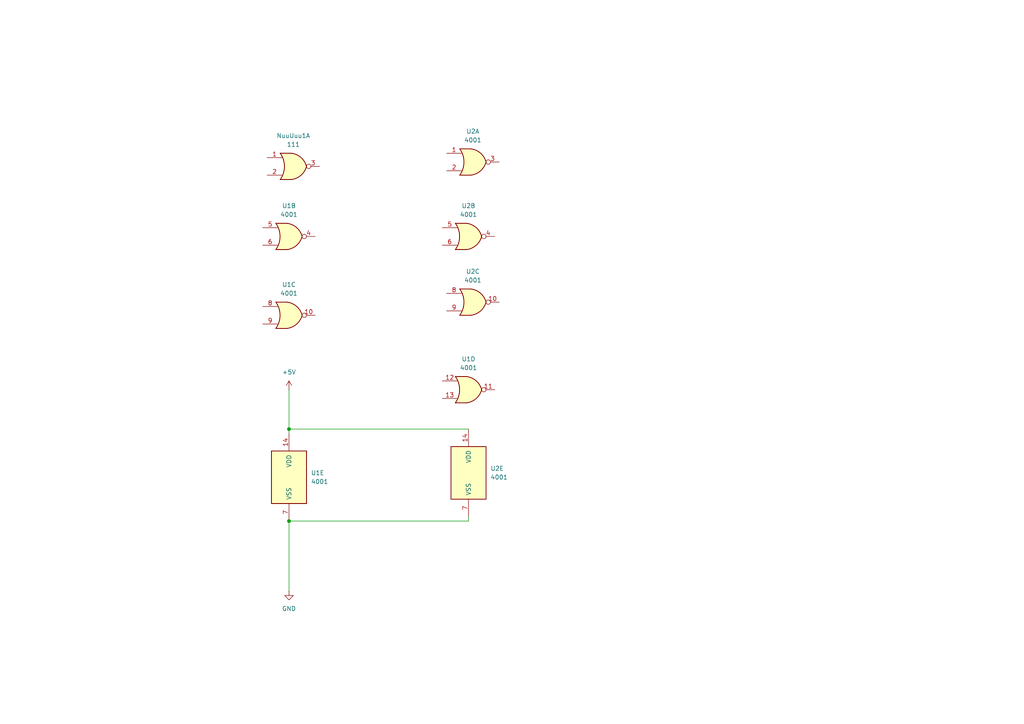
<source format=kicad_sch>
(kicad_sch
	(version 20250114)
	(generator "eeschema")
	(generator_version "9.0")
	(uuid "89bd3ee2-3ab2-4286-811b-680b5e346a6d")
	(paper "A4")
	(lib_symbols
		(symbol "4xxx:4001"
			(pin_names
				(offset 1.016)
			)
			(exclude_from_sim no)
			(in_bom yes)
			(on_board yes)
			(property "Reference" "U"
				(at 0 1.27 0)
				(effects
					(font
						(size 1.27 1.27)
					)
				)
			)
			(property "Value" "4001"
				(at 0 -1.27 0)
				(effects
					(font
						(size 1.27 1.27)
					)
				)
			)
			(property "Footprint" ""
				(at 0 0 0)
				(effects
					(font
						(size 1.27 1.27)
					)
					(hide yes)
				)
			)
			(property "Datasheet" "http://www.intersil.com/content/dam/Intersil/documents/cd40/cd4000bms-01bms-02bms-25bms.pdf"
				(at 0 0 0)
				(effects
					(font
						(size 1.27 1.27)
					)
					(hide yes)
				)
			)
			(property "Description" "Quad Nor 2 inputs"
				(at 0 0 0)
				(effects
					(font
						(size 1.27 1.27)
					)
					(hide yes)
				)
			)
			(property "ki_locked" ""
				(at 0 0 0)
				(effects
					(font
						(size 1.27 1.27)
					)
				)
			)
			(property "ki_keywords" "CMOS Nor2"
				(at 0 0 0)
				(effects
					(font
						(size 1.27 1.27)
					)
					(hide yes)
				)
			)
			(property "ki_fp_filters" "DIP?14*"
				(at 0 0 0)
				(effects
					(font
						(size 1.27 1.27)
					)
					(hide yes)
				)
			)
			(symbol "4001_1_1"
				(arc
					(start -3.81 3.81)
					(mid -2.589 0)
					(end -3.81 -3.81)
					(stroke
						(width 0.254)
						(type default)
					)
					(fill
						(type none)
					)
				)
				(polyline
					(pts
						(xy -3.81 3.81) (xy -0.635 3.81)
					)
					(stroke
						(width 0.254)
						(type default)
					)
					(fill
						(type background)
					)
				)
				(polyline
					(pts
						(xy -3.81 -3.81) (xy -0.635 -3.81)
					)
					(stroke
						(width 0.254)
						(type default)
					)
					(fill
						(type background)
					)
				)
				(arc
					(start 3.81 0)
					(mid 2.1855 -2.584)
					(end -0.6096 -3.81)
					(stroke
						(width 0.254)
						(type default)
					)
					(fill
						(type background)
					)
				)
				(arc
					(start -0.6096 3.81)
					(mid 2.1928 2.5924)
					(end 3.81 0)
					(stroke
						(width 0.254)
						(type default)
					)
					(fill
						(type background)
					)
				)
				(polyline
					(pts
						(xy -0.635 3.81) (xy -3.81 3.81) (xy -3.81 3.81) (xy -3.556 3.4036) (xy -3.0226 2.2606) (xy -2.6924 1.0414)
						(xy -2.6162 -0.254) (xy -2.7686 -1.4986) (xy -3.175 -2.7178) (xy -3.81 -3.81) (xy -3.81 -3.81)
						(xy -0.635 -3.81)
					)
					(stroke
						(width -25.4)
						(type default)
					)
					(fill
						(type background)
					)
				)
				(pin input line
					(at -7.62 2.54 0)
					(length 4.318)
					(name "~"
						(effects
							(font
								(size 1.27 1.27)
							)
						)
					)
					(number "1"
						(effects
							(font
								(size 1.27 1.27)
							)
						)
					)
				)
				(pin input line
					(at -7.62 -2.54 0)
					(length 4.318)
					(name "~"
						(effects
							(font
								(size 1.27 1.27)
							)
						)
					)
					(number "2"
						(effects
							(font
								(size 1.27 1.27)
							)
						)
					)
				)
				(pin output inverted
					(at 7.62 0 180)
					(length 3.81)
					(name "~"
						(effects
							(font
								(size 1.27 1.27)
							)
						)
					)
					(number "3"
						(effects
							(font
								(size 1.27 1.27)
							)
						)
					)
				)
			)
			(symbol "4001_1_2"
				(arc
					(start 0 3.81)
					(mid 3.7934 0)
					(end 0 -3.81)
					(stroke
						(width 0.254)
						(type default)
					)
					(fill
						(type background)
					)
				)
				(polyline
					(pts
						(xy 0 3.81) (xy -3.81 3.81) (xy -3.81 -3.81) (xy 0 -3.81)
					)
					(stroke
						(width 0.254)
						(type default)
					)
					(fill
						(type background)
					)
				)
				(pin input inverted
					(at -7.62 2.54 0)
					(length 3.81)
					(name "~"
						(effects
							(font
								(size 1.27 1.27)
							)
						)
					)
					(number "1"
						(effects
							(font
								(size 1.27 1.27)
							)
						)
					)
				)
				(pin input inverted
					(at -7.62 -2.54 0)
					(length 3.81)
					(name "~"
						(effects
							(font
								(size 1.27 1.27)
							)
						)
					)
					(number "2"
						(effects
							(font
								(size 1.27 1.27)
							)
						)
					)
				)
				(pin output line
					(at 7.62 0 180)
					(length 3.81)
					(name "~"
						(effects
							(font
								(size 1.27 1.27)
							)
						)
					)
					(number "3"
						(effects
							(font
								(size 1.27 1.27)
							)
						)
					)
				)
			)
			(symbol "4001_2_1"
				(arc
					(start -3.81 3.81)
					(mid -2.589 0)
					(end -3.81 -3.81)
					(stroke
						(width 0.254)
						(type default)
					)
					(fill
						(type none)
					)
				)
				(polyline
					(pts
						(xy -3.81 3.81) (xy -0.635 3.81)
					)
					(stroke
						(width 0.254)
						(type default)
					)
					(fill
						(type background)
					)
				)
				(polyline
					(pts
						(xy -3.81 -3.81) (xy -0.635 -3.81)
					)
					(stroke
						(width 0.254)
						(type default)
					)
					(fill
						(type background)
					)
				)
				(arc
					(start 3.81 0)
					(mid 2.1855 -2.584)
					(end -0.6096 -3.81)
					(stroke
						(width 0.254)
						(type default)
					)
					(fill
						(type background)
					)
				)
				(arc
					(start -0.6096 3.81)
					(mid 2.1928 2.5924)
					(end 3.81 0)
					(stroke
						(width 0.254)
						(type default)
					)
					(fill
						(type background)
					)
				)
				(polyline
					(pts
						(xy -0.635 3.81) (xy -3.81 3.81) (xy -3.81 3.81) (xy -3.556 3.4036) (xy -3.0226 2.2606) (xy -2.6924 1.0414)
						(xy -2.6162 -0.254) (xy -2.7686 -1.4986) (xy -3.175 -2.7178) (xy -3.81 -3.81) (xy -3.81 -3.81)
						(xy -0.635 -3.81)
					)
					(stroke
						(width -25.4)
						(type default)
					)
					(fill
						(type background)
					)
				)
				(pin input line
					(at -7.62 2.54 0)
					(length 4.318)
					(name "~"
						(effects
							(font
								(size 1.27 1.27)
							)
						)
					)
					(number "5"
						(effects
							(font
								(size 1.27 1.27)
							)
						)
					)
				)
				(pin input line
					(at -7.62 -2.54 0)
					(length 4.318)
					(name "~"
						(effects
							(font
								(size 1.27 1.27)
							)
						)
					)
					(number "6"
						(effects
							(font
								(size 1.27 1.27)
							)
						)
					)
				)
				(pin output inverted
					(at 7.62 0 180)
					(length 3.81)
					(name "~"
						(effects
							(font
								(size 1.27 1.27)
							)
						)
					)
					(number "4"
						(effects
							(font
								(size 1.27 1.27)
							)
						)
					)
				)
			)
			(symbol "4001_2_2"
				(arc
					(start 0 3.81)
					(mid 3.7934 0)
					(end 0 -3.81)
					(stroke
						(width 0.254)
						(type default)
					)
					(fill
						(type background)
					)
				)
				(polyline
					(pts
						(xy 0 3.81) (xy -3.81 3.81) (xy -3.81 -3.81) (xy 0 -3.81)
					)
					(stroke
						(width 0.254)
						(type default)
					)
					(fill
						(type background)
					)
				)
				(pin input inverted
					(at -7.62 2.54 0)
					(length 3.81)
					(name "~"
						(effects
							(font
								(size 1.27 1.27)
							)
						)
					)
					(number "5"
						(effects
							(font
								(size 1.27 1.27)
							)
						)
					)
				)
				(pin input inverted
					(at -7.62 -2.54 0)
					(length 3.81)
					(name "~"
						(effects
							(font
								(size 1.27 1.27)
							)
						)
					)
					(number "6"
						(effects
							(font
								(size 1.27 1.27)
							)
						)
					)
				)
				(pin output line
					(at 7.62 0 180)
					(length 3.81)
					(name "~"
						(effects
							(font
								(size 1.27 1.27)
							)
						)
					)
					(number "4"
						(effects
							(font
								(size 1.27 1.27)
							)
						)
					)
				)
			)
			(symbol "4001_3_1"
				(arc
					(start -3.81 3.81)
					(mid -2.589 0)
					(end -3.81 -3.81)
					(stroke
						(width 0.254)
						(type default)
					)
					(fill
						(type none)
					)
				)
				(polyline
					(pts
						(xy -3.81 3.81) (xy -0.635 3.81)
					)
					(stroke
						(width 0.254)
						(type default)
					)
					(fill
						(type background)
					)
				)
				(polyline
					(pts
						(xy -3.81 -3.81) (xy -0.635 -3.81)
					)
					(stroke
						(width 0.254)
						(type default)
					)
					(fill
						(type background)
					)
				)
				(arc
					(start 3.81 0)
					(mid 2.1855 -2.584)
					(end -0.6096 -3.81)
					(stroke
						(width 0.254)
						(type default)
					)
					(fill
						(type background)
					)
				)
				(arc
					(start -0.6096 3.81)
					(mid 2.1928 2.5924)
					(end 3.81 0)
					(stroke
						(width 0.254)
						(type default)
					)
					(fill
						(type background)
					)
				)
				(polyline
					(pts
						(xy -0.635 3.81) (xy -3.81 3.81) (xy -3.81 3.81) (xy -3.556 3.4036) (xy -3.0226 2.2606) (xy -2.6924 1.0414)
						(xy -2.6162 -0.254) (xy -2.7686 -1.4986) (xy -3.175 -2.7178) (xy -3.81 -3.81) (xy -3.81 -3.81)
						(xy -0.635 -3.81)
					)
					(stroke
						(width -25.4)
						(type default)
					)
					(fill
						(type background)
					)
				)
				(pin input line
					(at -7.62 2.54 0)
					(length 4.318)
					(name "~"
						(effects
							(font
								(size 1.27 1.27)
							)
						)
					)
					(number "8"
						(effects
							(font
								(size 1.27 1.27)
							)
						)
					)
				)
				(pin input line
					(at -7.62 -2.54 0)
					(length 4.318)
					(name "~"
						(effects
							(font
								(size 1.27 1.27)
							)
						)
					)
					(number "9"
						(effects
							(font
								(size 1.27 1.27)
							)
						)
					)
				)
				(pin output inverted
					(at 7.62 0 180)
					(length 3.81)
					(name "~"
						(effects
							(font
								(size 1.27 1.27)
							)
						)
					)
					(number "10"
						(effects
							(font
								(size 1.27 1.27)
							)
						)
					)
				)
			)
			(symbol "4001_3_2"
				(arc
					(start 0 3.81)
					(mid 3.7934 0)
					(end 0 -3.81)
					(stroke
						(width 0.254)
						(type default)
					)
					(fill
						(type background)
					)
				)
				(polyline
					(pts
						(xy 0 3.81) (xy -3.81 3.81) (xy -3.81 -3.81) (xy 0 -3.81)
					)
					(stroke
						(width 0.254)
						(type default)
					)
					(fill
						(type background)
					)
				)
				(pin input inverted
					(at -7.62 2.54 0)
					(length 3.81)
					(name "~"
						(effects
							(font
								(size 1.27 1.27)
							)
						)
					)
					(number "8"
						(effects
							(font
								(size 1.27 1.27)
							)
						)
					)
				)
				(pin input inverted
					(at -7.62 -2.54 0)
					(length 3.81)
					(name "~"
						(effects
							(font
								(size 1.27 1.27)
							)
						)
					)
					(number "9"
						(effects
							(font
								(size 1.27 1.27)
							)
						)
					)
				)
				(pin output line
					(at 7.62 0 180)
					(length 3.81)
					(name "~"
						(effects
							(font
								(size 1.27 1.27)
							)
						)
					)
					(number "10"
						(effects
							(font
								(size 1.27 1.27)
							)
						)
					)
				)
			)
			(symbol "4001_4_1"
				(arc
					(start -3.81 3.81)
					(mid -2.589 0)
					(end -3.81 -3.81)
					(stroke
						(width 0.254)
						(type default)
					)
					(fill
						(type none)
					)
				)
				(polyline
					(pts
						(xy -3.81 3.81) (xy -0.635 3.81)
					)
					(stroke
						(width 0.254)
						(type default)
					)
					(fill
						(type background)
					)
				)
				(polyline
					(pts
						(xy -3.81 -3.81) (xy -0.635 -3.81)
					)
					(stroke
						(width 0.254)
						(type default)
					)
					(fill
						(type background)
					)
				)
				(arc
					(start 3.81 0)
					(mid 2.1855 -2.584)
					(end -0.6096 -3.81)
					(stroke
						(width 0.254)
						(type default)
					)
					(fill
						(type background)
					)
				)
				(arc
					(start -0.6096 3.81)
					(mid 2.1928 2.5924)
					(end 3.81 0)
					(stroke
						(width 0.254)
						(type default)
					)
					(fill
						(type background)
					)
				)
				(polyline
					(pts
						(xy -0.635 3.81) (xy -3.81 3.81) (xy -3.81 3.81) (xy -3.556 3.4036) (xy -3.0226 2.2606) (xy -2.6924 1.0414)
						(xy -2.6162 -0.254) (xy -2.7686 -1.4986) (xy -3.175 -2.7178) (xy -3.81 -3.81) (xy -3.81 -3.81)
						(xy -0.635 -3.81)
					)
					(stroke
						(width -25.4)
						(type default)
					)
					(fill
						(type background)
					)
				)
				(pin input line
					(at -7.62 2.54 0)
					(length 4.318)
					(name "~"
						(effects
							(font
								(size 1.27 1.27)
							)
						)
					)
					(number "12"
						(effects
							(font
								(size 1.27 1.27)
							)
						)
					)
				)
				(pin input line
					(at -7.62 -2.54 0)
					(length 4.318)
					(name "~"
						(effects
							(font
								(size 1.27 1.27)
							)
						)
					)
					(number "13"
						(effects
							(font
								(size 1.27 1.27)
							)
						)
					)
				)
				(pin output inverted
					(at 7.62 0 180)
					(length 3.81)
					(name "~"
						(effects
							(font
								(size 1.27 1.27)
							)
						)
					)
					(number "11"
						(effects
							(font
								(size 1.27 1.27)
							)
						)
					)
				)
			)
			(symbol "4001_4_2"
				(arc
					(start 0 3.81)
					(mid 3.7934 0)
					(end 0 -3.81)
					(stroke
						(width 0.254)
						(type default)
					)
					(fill
						(type background)
					)
				)
				(polyline
					(pts
						(xy 0 3.81) (xy -3.81 3.81) (xy -3.81 -3.81) (xy 0 -3.81)
					)
					(stroke
						(width 0.254)
						(type default)
					)
					(fill
						(type background)
					)
				)
				(pin input inverted
					(at -7.62 2.54 0)
					(length 3.81)
					(name "~"
						(effects
							(font
								(size 1.27 1.27)
							)
						)
					)
					(number "12"
						(effects
							(font
								(size 1.27 1.27)
							)
						)
					)
				)
				(pin input inverted
					(at -7.62 -2.54 0)
					(length 3.81)
					(name "~"
						(effects
							(font
								(size 1.27 1.27)
							)
						)
					)
					(number "13"
						(effects
							(font
								(size 1.27 1.27)
							)
						)
					)
				)
				(pin output line
					(at 7.62 0 180)
					(length 3.81)
					(name "~"
						(effects
							(font
								(size 1.27 1.27)
							)
						)
					)
					(number "11"
						(effects
							(font
								(size 1.27 1.27)
							)
						)
					)
				)
			)
			(symbol "4001_5_0"
				(pin power_in line
					(at 0 12.7 270)
					(length 5.08)
					(name "VDD"
						(effects
							(font
								(size 1.27 1.27)
							)
						)
					)
					(number "14"
						(effects
							(font
								(size 1.27 1.27)
							)
						)
					)
				)
				(pin power_in line
					(at 0 -12.7 90)
					(length 5.08)
					(name "VSS"
						(effects
							(font
								(size 1.27 1.27)
							)
						)
					)
					(number "7"
						(effects
							(font
								(size 1.27 1.27)
							)
						)
					)
				)
			)
			(symbol "4001_5_1"
				(rectangle
					(start -5.08 7.62)
					(end 5.08 -7.62)
					(stroke
						(width 0.254)
						(type default)
					)
					(fill
						(type background)
					)
				)
			)
			(embedded_fonts no)
		)
		(symbol "power:+5V"
			(power)
			(pin_numbers
				(hide yes)
			)
			(pin_names
				(offset 0)
				(hide yes)
			)
			(exclude_from_sim no)
			(in_bom yes)
			(on_board yes)
			(property "Reference" "#PWR"
				(at 0 -3.81 0)
				(effects
					(font
						(size 1.27 1.27)
					)
					(hide yes)
				)
			)
			(property "Value" "+5V"
				(at 0 3.556 0)
				(effects
					(font
						(size 1.27 1.27)
					)
				)
			)
			(property "Footprint" ""
				(at 0 0 0)
				(effects
					(font
						(size 1.27 1.27)
					)
					(hide yes)
				)
			)
			(property "Datasheet" ""
				(at 0 0 0)
				(effects
					(font
						(size 1.27 1.27)
					)
					(hide yes)
				)
			)
			(property "Description" "Power symbol creates a global label with name \"+5V\""
				(at 0 0 0)
				(effects
					(font
						(size 1.27 1.27)
					)
					(hide yes)
				)
			)
			(property "ki_keywords" "global power"
				(at 0 0 0)
				(effects
					(font
						(size 1.27 1.27)
					)
					(hide yes)
				)
			)
			(symbol "+5V_0_1"
				(polyline
					(pts
						(xy -0.762 1.27) (xy 0 2.54)
					)
					(stroke
						(width 0)
						(type default)
					)
					(fill
						(type none)
					)
				)
				(polyline
					(pts
						(xy 0 2.54) (xy 0.762 1.27)
					)
					(stroke
						(width 0)
						(type default)
					)
					(fill
						(type none)
					)
				)
				(polyline
					(pts
						(xy 0 0) (xy 0 2.54)
					)
					(stroke
						(width 0)
						(type default)
					)
					(fill
						(type none)
					)
				)
			)
			(symbol "+5V_1_1"
				(pin power_in line
					(at 0 0 90)
					(length 0)
					(name "~"
						(effects
							(font
								(size 1.27 1.27)
							)
						)
					)
					(number "1"
						(effects
							(font
								(size 1.27 1.27)
							)
						)
					)
				)
			)
			(embedded_fonts no)
		)
		(symbol "power:GND"
			(power)
			(pin_numbers
				(hide yes)
			)
			(pin_names
				(offset 0)
				(hide yes)
			)
			(exclude_from_sim no)
			(in_bom yes)
			(on_board yes)
			(property "Reference" "#PWR"
				(at 0 -6.35 0)
				(effects
					(font
						(size 1.27 1.27)
					)
					(hide yes)
				)
			)
			(property "Value" "GND"
				(at 0 -3.81 0)
				(effects
					(font
						(size 1.27 1.27)
					)
				)
			)
			(property "Footprint" ""
				(at 0 0 0)
				(effects
					(font
						(size 1.27 1.27)
					)
					(hide yes)
				)
			)
			(property "Datasheet" ""
				(at 0 0 0)
				(effects
					(font
						(size 1.27 1.27)
					)
					(hide yes)
				)
			)
			(property "Description" "Power symbol creates a global label with name \"GND\" , ground"
				(at 0 0 0)
				(effects
					(font
						(size 1.27 1.27)
					)
					(hide yes)
				)
			)
			(property "ki_keywords" "global power"
				(at 0 0 0)
				(effects
					(font
						(size 1.27 1.27)
					)
					(hide yes)
				)
			)
			(symbol "GND_0_1"
				(polyline
					(pts
						(xy 0 0) (xy 0 -1.27) (xy 1.27 -1.27) (xy 0 -2.54) (xy -1.27 -1.27) (xy 0 -1.27)
					)
					(stroke
						(width 0)
						(type default)
					)
					(fill
						(type none)
					)
				)
			)
			(symbol "GND_1_1"
				(pin power_in line
					(at 0 0 270)
					(length 0)
					(name "~"
						(effects
							(font
								(size 1.27 1.27)
							)
						)
					)
					(number "1"
						(effects
							(font
								(size 1.27 1.27)
							)
						)
					)
				)
			)
			(embedded_fonts no)
		)
	)
	(junction
		(at 83.82 124.46)
		(diameter 0)
		(color 0 0 0 0)
		(uuid "9ea71f47-1335-47f2-b220-8e28751c28be")
	)
	(junction
		(at 83.82 151.13)
		(diameter 0)
		(color 0 0 0 0)
		(uuid "fa7a878a-8ed5-45ae-9287-cf53327471a6")
	)
	(wire
		(pts
			(xy 135.89 149.86) (xy 135.89 151.13)
		)
		(stroke
			(width 0)
			(type default)
		)
		(uuid "0350bd84-e778-40f8-8eaf-46ffb1adda20")
	)
	(wire
		(pts
			(xy 135.89 151.13) (xy 83.82 151.13)
		)
		(stroke
			(width 0)
			(type default)
		)
		(uuid "94b5ba09-1d78-418e-b310-16990147813c")
	)
	(wire
		(pts
			(xy 83.82 124.46) (xy 83.82 125.73)
		)
		(stroke
			(width 0)
			(type default)
		)
		(uuid "ad19ad4d-e2bc-4576-b32b-1798005bbfb1")
	)
	(wire
		(pts
			(xy 83.82 151.13) (xy 83.82 171.45)
		)
		(stroke
			(width 0)
			(type default)
		)
		(uuid "dc3c56d0-6c27-46f7-b963-f749a6a29f87")
	)
	(wire
		(pts
			(xy 83.82 113.03) (xy 83.82 124.46)
		)
		(stroke
			(width 0)
			(type default)
		)
		(uuid "eef6161f-10a5-4b7f-a789-6b9139ea458e")
	)
	(wire
		(pts
			(xy 83.82 124.46) (xy 135.89 124.46)
		)
		(stroke
			(width 0)
			(type default)
		)
		(uuid "f5d4bf37-c22f-4342-ab3f-fbb621b208c5")
	)
	(symbol
		(lib_id "4xxx:4001")
		(at 85.09 48.26 0)
		(unit 1)
		(exclude_from_sim no)
		(in_bom yes)
		(on_board yes)
		(dnp no)
		(fields_autoplaced yes)
		(uuid "056cb71f-dac3-460f-abee-3ffa12110a23")
		(property "Reference" "NUU2"
			(at 85.09 39.37 0)
			(effects
				(font
					(size 1.27 1.27)
				)
			)
		)
		(property "Value" "111"
			(at 85.09 41.91 0)
			(effects
				(font
					(size 1.27 1.27)
				)
			)
		)
		(property "Footprint" "Package_DIP:DIP-14_W7.62mm"
			(at 85.09 48.26 0)
			(effects
				(font
					(size 1.27 1.27)
				)
				(hide yes)
			)
		)
		(property "Datasheet" "http://www.intersil.com/content/dam/Intersil/documents/cd40/cd4000bms-01bms-02bms-25bms.pdf"
			(at 85.09 48.26 0)
			(effects
				(font
					(size 1.27 1.27)
				)
				(hide yes)
			)
		)
		(property "Description" "Quad Nor 2 inputs"
			(at 85.09 48.26 0)
			(effects
				(font
					(size 1.27 1.27)
				)
				(hide yes)
			)
		)
		(pin "9"
			(uuid "79a0d920-6888-4273-8e8b-fca8dab5cdca")
		)
		(pin "13"
			(uuid "a56dbbd0-3b4c-41b1-a326-354e42db0035")
		)
		(pin "3"
			(uuid "316b92ab-8a4d-4ebd-b76c-6646ba50e81b")
		)
		(pin "2"
			(uuid "345d425a-a629-4431-907f-3f44c1622080")
		)
		(pin "5"
			(uuid "6e6ccd66-84dc-4f1a-954c-2c017e90c1c8")
		)
		(pin "10"
			(uuid "4ecd8927-00b4-4ac7-9dfe-f321351ae87e")
		)
		(pin "8"
			(uuid "ee269b24-a657-48e4-8a5d-e1fdf563daa5")
		)
		(pin "1"
			(uuid "66f4e3c9-baa9-4119-bea7-35463cf8d30e")
		)
		(pin "6"
			(uuid "3d69c597-1c50-4ad0-8651-183f9055f2dd")
		)
		(pin "4"
			(uuid "f27a5b5c-4116-43b9-9276-a2357dfff483")
		)
		(pin "12"
			(uuid "e2d9be72-0718-4daa-b324-de919e9df3aa")
		)
		(pin "11"
			(uuid "4c50d3a2-f25a-429a-85dc-2b9eee8d50cf")
		)
		(pin "14"
			(uuid "5e82714a-d2e6-4bab-9600-c62aea571890")
		)
		(pin "7"
			(uuid "78490e1e-2c99-428c-bb5c-76faa5239d9e")
		)
		(instances
			(project ""
				(path "/89bd3ee2-3ab2-4286-811b-680b5e346a6d"
					(reference "NuuUuu1")
					(unit 1)
				)
			)
		)
	)
	(symbol
		(lib_id "4xxx:4001")
		(at 135.89 137.16 0)
		(unit 5)
		(exclude_from_sim no)
		(in_bom yes)
		(on_board yes)
		(dnp no)
		(fields_autoplaced yes)
		(uuid "2226e745-faa8-488c-b146-93ea320f175b")
		(property "Reference" "U2"
			(at 142.24 135.8899 0)
			(effects
				(font
					(size 1.27 1.27)
				)
				(justify left)
			)
		)
		(property "Value" "4001"
			(at 142.24 138.4299 0)
			(effects
				(font
					(size 1.27 1.27)
				)
				(justify left)
			)
		)
		(property "Footprint" "Package_DIP:DIP-14_W7.62mm"
			(at 135.89 137.16 0)
			(effects
				(font
					(size 1.27 1.27)
				)
				(hide yes)
			)
		)
		(property "Datasheet" "http://www.intersil.com/content/dam/Intersil/documents/cd40/cd4000bms-01bms-02bms-25bms.pdf"
			(at 135.89 137.16 0)
			(effects
				(font
					(size 1.27 1.27)
				)
				(hide yes)
			)
		)
		(property "Description" "Quad Nor 2 inputs"
			(at 135.89 137.16 0)
			(effects
				(font
					(size 1.27 1.27)
				)
				(hide yes)
			)
		)
		(pin "3"
			(uuid "49a33d44-7375-49a7-83af-02eab18fda9b")
		)
		(pin "5"
			(uuid "d48f2602-d5dd-4092-a1df-3cb5505ee8df")
		)
		(pin "9"
			(uuid "577475c8-0dc5-4906-b953-643400d1d32a")
		)
		(pin "4"
			(uuid "d5a3f96b-e99d-4f65-ab40-db83fd141095")
		)
		(pin "13"
			(uuid "7ae3e9b8-cdb6-4234-9c4b-ddec4bad0abd")
		)
		(pin "7"
			(uuid "9a192ec4-3a27-4334-8a8a-ba4581796aa7")
		)
		(pin "14"
			(uuid "d9d23f28-b680-4464-93cb-3b19ae332eba")
		)
		(pin "2"
			(uuid "428ea194-86d3-459e-8b7e-0eb79fda8426")
		)
		(pin "8"
			(uuid "e8312c52-ed7d-4ab3-83ce-7c594b19fe47")
		)
		(pin "10"
			(uuid "2ab3e984-9e32-49f2-9828-e87b47b2202d")
		)
		(pin "12"
			(uuid "7fe4e272-8a60-4c5b-b341-c90463d0e298")
		)
		(pin "11"
			(uuid "fcd3964f-f491-4cab-bcf5-7fe52c8caecb")
		)
		(pin "1"
			(uuid "9701584a-3c92-4f06-b622-7ef96d3f70f2")
		)
		(pin "6"
			(uuid "f0f13e58-710c-4506-8539-a1289fa3f275")
		)
		(instances
			(project ""
				(path "/89bd3ee2-3ab2-4286-811b-680b5e346a6d"
					(reference "U2")
					(unit 5)
				)
			)
		)
	)
	(symbol
		(lib_id "power:GND")
		(at 83.82 171.45 0)
		(unit 1)
		(exclude_from_sim no)
		(in_bom yes)
		(on_board yes)
		(dnp no)
		(fields_autoplaced yes)
		(uuid "3b8dbbb8-f93c-4e91-bb02-e720f0ca9858")
		(property "Reference" "#PWR02"
			(at 83.82 177.8 0)
			(effects
				(font
					(size 1.27 1.27)
				)
				(hide yes)
			)
		)
		(property "Value" "GND"
			(at 83.82 176.53 0)
			(effects
				(font
					(size 1.27 1.27)
				)
			)
		)
		(property "Footprint" ""
			(at 83.82 171.45 0)
			(effects
				(font
					(size 1.27 1.27)
				)
				(hide yes)
			)
		)
		(property "Datasheet" ""
			(at 83.82 171.45 0)
			(effects
				(font
					(size 1.27 1.27)
				)
				(hide yes)
			)
		)
		(property "Description" "Power symbol creates a global label with name \"GND\" , ground"
			(at 83.82 171.45 0)
			(effects
				(font
					(size 1.27 1.27)
				)
				(hide yes)
			)
		)
		(pin "1"
			(uuid "59c439f8-a545-4ffc-945b-82d8918b28e4")
		)
		(instances
			(project ""
				(path "/89bd3ee2-3ab2-4286-811b-680b5e346a6d"
					(reference "#PWR02")
					(unit 1)
				)
			)
		)
	)
	(symbol
		(lib_id "4xxx:4001")
		(at 137.16 46.99 0)
		(unit 1)
		(exclude_from_sim no)
		(in_bom yes)
		(on_board yes)
		(dnp no)
		(fields_autoplaced yes)
		(uuid "6d1087a5-753f-43ee-8b45-4cf73c74c2cd")
		(property "Reference" "U2"
			(at 137.16 38.1 0)
			(effects
				(font
					(size 1.27 1.27)
				)
			)
		)
		(property "Value" "4001"
			(at 137.16 40.64 0)
			(effects
				(font
					(size 1.27 1.27)
				)
			)
		)
		(property "Footprint" "Package_DIP:DIP-14_W7.62mm"
			(at 137.16 46.99 0)
			(effects
				(font
					(size 1.27 1.27)
				)
				(hide yes)
			)
		)
		(property "Datasheet" "http://www.intersil.com/content/dam/Intersil/documents/cd40/cd4000bms-01bms-02bms-25bms.pdf"
			(at 137.16 46.99 0)
			(effects
				(font
					(size 1.27 1.27)
				)
				(hide yes)
			)
		)
		(property "Description" "Quad Nor 2 inputs"
			(at 137.16 46.99 0)
			(effects
				(font
					(size 1.27 1.27)
				)
				(hide yes)
			)
		)
		(pin "3"
			(uuid "49a33d44-7375-49a7-83af-02eab18fda9b")
		)
		(pin "5"
			(uuid "d48f2602-d5dd-4092-a1df-3cb5505ee8df")
		)
		(pin "9"
			(uuid "577475c8-0dc5-4906-b953-643400d1d32a")
		)
		(pin "4"
			(uuid "d5a3f96b-e99d-4f65-ab40-db83fd141095")
		)
		(pin "13"
			(uuid "7ae3e9b8-cdb6-4234-9c4b-ddec4bad0abd")
		)
		(pin "7"
			(uuid "9a192ec4-3a27-4334-8a8a-ba4581796aa7")
		)
		(pin "14"
			(uuid "d9d23f28-b680-4464-93cb-3b19ae332eba")
		)
		(pin "2"
			(uuid "428ea194-86d3-459e-8b7e-0eb79fda8426")
		)
		(pin "8"
			(uuid "e8312c52-ed7d-4ab3-83ce-7c594b19fe47")
		)
		(pin "10"
			(uuid "2ab3e984-9e32-49f2-9828-e87b47b2202d")
		)
		(pin "12"
			(uuid "7fe4e272-8a60-4c5b-b341-c90463d0e298")
		)
		(pin "11"
			(uuid "fcd3964f-f491-4cab-bcf5-7fe52c8caecb")
		)
		(pin "1"
			(uuid "9701584a-3c92-4f06-b622-7ef96d3f70f2")
		)
		(pin "6"
			(uuid "f0f13e58-710c-4506-8539-a1289fa3f275")
		)
		(instances
			(project ""
				(path "/89bd3ee2-3ab2-4286-811b-680b5e346a6d"
					(reference "U2")
					(unit 1)
				)
			)
		)
	)
	(symbol
		(lib_id "4xxx:4001")
		(at 83.82 91.44 0)
		(unit 3)
		(exclude_from_sim no)
		(in_bom yes)
		(on_board yes)
		(dnp no)
		(fields_autoplaced yes)
		(uuid "8ef74a21-e232-4c30-9a99-31211ab5f567")
		(property "Reference" "U1"
			(at 83.82 82.55 0)
			(effects
				(font
					(size 1.27 1.27)
				)
			)
		)
		(property "Value" "4001"
			(at 83.82 85.09 0)
			(effects
				(font
					(size 1.27 1.27)
				)
			)
		)
		(property "Footprint" "Package_DIP:DIP-14_W7.62mm"
			(at 83.82 91.44 0)
			(effects
				(font
					(size 1.27 1.27)
				)
				(hide yes)
			)
		)
		(property "Datasheet" "http://www.intersil.com/content/dam/Intersil/documents/cd40/cd4000bms-01bms-02bms-25bms.pdf"
			(at 83.82 91.44 0)
			(effects
				(font
					(size 1.27 1.27)
				)
				(hide yes)
			)
		)
		(property "Description" "Quad Nor 2 inputs"
			(at 83.82 91.44 0)
			(effects
				(font
					(size 1.27 1.27)
				)
				(hide yes)
			)
		)
		(pin "9"
			(uuid "79a0d920-6888-4273-8e8b-fca8dab5cdca")
		)
		(pin "13"
			(uuid "a56dbbd0-3b4c-41b1-a326-354e42db0035")
		)
		(pin "3"
			(uuid "316b92ab-8a4d-4ebd-b76c-6646ba50e81b")
		)
		(pin "2"
			(uuid "345d425a-a629-4431-907f-3f44c1622080")
		)
		(pin "5"
			(uuid "6e6ccd66-84dc-4f1a-954c-2c017e90c1c8")
		)
		(pin "10"
			(uuid "4ecd8927-00b4-4ac7-9dfe-f321351ae87e")
		)
		(pin "8"
			(uuid "ee269b24-a657-48e4-8a5d-e1fdf563daa5")
		)
		(pin "1"
			(uuid "66f4e3c9-baa9-4119-bea7-35463cf8d30e")
		)
		(pin "6"
			(uuid "3d69c597-1c50-4ad0-8651-183f9055f2dd")
		)
		(pin "4"
			(uuid "f27a5b5c-4116-43b9-9276-a2357dfff483")
		)
		(pin "12"
			(uuid "e2d9be72-0718-4daa-b324-de919e9df3aa")
		)
		(pin "11"
			(uuid "4c50d3a2-f25a-429a-85dc-2b9eee8d50cf")
		)
		(pin "14"
			(uuid "5e82714a-d2e6-4bab-9600-c62aea571890")
		)
		(pin "7"
			(uuid "78490e1e-2c99-428c-bb5c-76faa5239d9e")
		)
		(instances
			(project ""
				(path "/89bd3ee2-3ab2-4286-811b-680b5e346a6d"
					(reference "U1")
					(unit 3)
				)
			)
		)
	)
	(symbol
		(lib_id "4xxx:4001")
		(at 135.89 68.58 0)
		(unit 2)
		(exclude_from_sim no)
		(in_bom yes)
		(on_board yes)
		(dnp no)
		(fields_autoplaced yes)
		(uuid "adef69d1-530b-4a13-9c14-fa00072bc321")
		(property "Reference" "U2"
			(at 135.89 59.69 0)
			(effects
				(font
					(size 1.27 1.27)
				)
			)
		)
		(property "Value" "4001"
			(at 135.89 62.23 0)
			(effects
				(font
					(size 1.27 1.27)
				)
			)
		)
		(property "Footprint" "Package_DIP:DIP-14_W7.62mm"
			(at 135.89 68.58 0)
			(effects
				(font
					(size 1.27 1.27)
				)
				(hide yes)
			)
		)
		(property "Datasheet" "http://www.intersil.com/content/dam/Intersil/documents/cd40/cd4000bms-01bms-02bms-25bms.pdf"
			(at 135.89 68.58 0)
			(effects
				(font
					(size 1.27 1.27)
				)
				(hide yes)
			)
		)
		(property "Description" "Quad Nor 2 inputs"
			(at 135.89 68.58 0)
			(effects
				(font
					(size 1.27 1.27)
				)
				(hide yes)
			)
		)
		(pin "3"
			(uuid "49a33d44-7375-49a7-83af-02eab18fda9b")
		)
		(pin "5"
			(uuid "d48f2602-d5dd-4092-a1df-3cb5505ee8df")
		)
		(pin "9"
			(uuid "577475c8-0dc5-4906-b953-643400d1d32a")
		)
		(pin "4"
			(uuid "d5a3f96b-e99d-4f65-ab40-db83fd141095")
		)
		(pin "13"
			(uuid "7ae3e9b8-cdb6-4234-9c4b-ddec4bad0abd")
		)
		(pin "7"
			(uuid "9a192ec4-3a27-4334-8a8a-ba4581796aa7")
		)
		(pin "14"
			(uuid "d9d23f28-b680-4464-93cb-3b19ae332eba")
		)
		(pin "2"
			(uuid "428ea194-86d3-459e-8b7e-0eb79fda8426")
		)
		(pin "8"
			(uuid "e8312c52-ed7d-4ab3-83ce-7c594b19fe47")
		)
		(pin "10"
			(uuid "2ab3e984-9e32-49f2-9828-e87b47b2202d")
		)
		(pin "12"
			(uuid "7fe4e272-8a60-4c5b-b341-c90463d0e298")
		)
		(pin "11"
			(uuid "fcd3964f-f491-4cab-bcf5-7fe52c8caecb")
		)
		(pin "1"
			(uuid "9701584a-3c92-4f06-b622-7ef96d3f70f2")
		)
		(pin "6"
			(uuid "f0f13e58-710c-4506-8539-a1289fa3f275")
		)
		(instances
			(project ""
				(path "/89bd3ee2-3ab2-4286-811b-680b5e346a6d"
					(reference "U2")
					(unit 2)
				)
			)
		)
	)
	(symbol
		(lib_id "4xxx:4001")
		(at 135.89 113.03 0)
		(unit 4)
		(exclude_from_sim no)
		(in_bom yes)
		(on_board yes)
		(dnp no)
		(fields_autoplaced yes)
		(uuid "adf2cef0-db3a-4e9b-aa09-0a7d2ae96c45")
		(property "Reference" "U1"
			(at 135.89 104.14 0)
			(effects
				(font
					(size 1.27 1.27)
				)
			)
		)
		(property "Value" "4001"
			(at 135.89 106.68 0)
			(effects
				(font
					(size 1.27 1.27)
				)
			)
		)
		(property "Footprint" "Package_DIP:DIP-14_W7.62mm"
			(at 135.89 113.03 0)
			(effects
				(font
					(size 1.27 1.27)
				)
				(hide yes)
			)
		)
		(property "Datasheet" "http://www.intersil.com/content/dam/Intersil/documents/cd40/cd4000bms-01bms-02bms-25bms.pdf"
			(at 135.89 113.03 0)
			(effects
				(font
					(size 1.27 1.27)
				)
				(hide yes)
			)
		)
		(property "Description" "Quad Nor 2 inputs"
			(at 135.89 113.03 0)
			(effects
				(font
					(size 1.27 1.27)
				)
				(hide yes)
			)
		)
		(pin "3"
			(uuid "49a33d44-7375-49a7-83af-02eab18fda9b")
		)
		(pin "5"
			(uuid "d48f2602-d5dd-4092-a1df-3cb5505ee8df")
		)
		(pin "9"
			(uuid "577475c8-0dc5-4906-b953-643400d1d32a")
		)
		(pin "4"
			(uuid "d5a3f96b-e99d-4f65-ab40-db83fd141095")
		)
		(pin "13"
			(uuid "7ae3e9b8-cdb6-4234-9c4b-ddec4bad0abd")
		)
		(pin "7"
			(uuid "9a192ec4-3a27-4334-8a8a-ba4581796aa7")
		)
		(pin "14"
			(uuid "d9d23f28-b680-4464-93cb-3b19ae332eba")
		)
		(pin "2"
			(uuid "428ea194-86d3-459e-8b7e-0eb79fda8426")
		)
		(pin "8"
			(uuid "e8312c52-ed7d-4ab3-83ce-7c594b19fe47")
		)
		(pin "10"
			(uuid "2ab3e984-9e32-49f2-9828-e87b47b2202d")
		)
		(pin "12"
			(uuid "7fe4e272-8a60-4c5b-b341-c90463d0e298")
		)
		(pin "11"
			(uuid "fcd3964f-f491-4cab-bcf5-7fe52c8caecb")
		)
		(pin "1"
			(uuid "9701584a-3c92-4f06-b622-7ef96d3f70f2")
		)
		(pin "6"
			(uuid "f0f13e58-710c-4506-8539-a1289fa3f275")
		)
		(instances
			(project ""
				(path "/89bd3ee2-3ab2-4286-811b-680b5e346a6d"
					(reference "U1")
					(unit 4)
				)
			)
		)
	)
	(symbol
		(lib_id "4xxx:4001")
		(at 137.16 87.63 0)
		(unit 3)
		(exclude_from_sim no)
		(in_bom yes)
		(on_board yes)
		(dnp no)
		(fields_autoplaced yes)
		(uuid "c07e477e-d5d4-410a-bb71-5d7901dd0c08")
		(property "Reference" "U2"
			(at 137.16 78.74 0)
			(effects
				(font
					(size 1.27 1.27)
				)
			)
		)
		(property "Value" "4001"
			(at 137.16 81.28 0)
			(effects
				(font
					(size 1.27 1.27)
				)
			)
		)
		(property "Footprint" "Package_DIP:DIP-14_W7.62mm"
			(at 137.16 87.63 0)
			(effects
				(font
					(size 1.27 1.27)
				)
				(hide yes)
			)
		)
		(property "Datasheet" "http://www.intersil.com/content/dam/Intersil/documents/cd40/cd4000bms-01bms-02bms-25bms.pdf"
			(at 137.16 87.63 0)
			(effects
				(font
					(size 1.27 1.27)
				)
				(hide yes)
			)
		)
		(property "Description" "Quad Nor 2 inputs"
			(at 137.16 87.63 0)
			(effects
				(font
					(size 1.27 1.27)
				)
				(hide yes)
			)
		)
		(pin "3"
			(uuid "49a33d44-7375-49a7-83af-02eab18fda9b")
		)
		(pin "5"
			(uuid "d48f2602-d5dd-4092-a1df-3cb5505ee8df")
		)
		(pin "9"
			(uuid "577475c8-0dc5-4906-b953-643400d1d32a")
		)
		(pin "4"
			(uuid "d5a3f96b-e99d-4f65-ab40-db83fd141095")
		)
		(pin "13"
			(uuid "7ae3e9b8-cdb6-4234-9c4b-ddec4bad0abd")
		)
		(pin "7"
			(uuid "9a192ec4-3a27-4334-8a8a-ba4581796aa7")
		)
		(pin "14"
			(uuid "d9d23f28-b680-4464-93cb-3b19ae332eba")
		)
		(pin "2"
			(uuid "428ea194-86d3-459e-8b7e-0eb79fda8426")
		)
		(pin "8"
			(uuid "e8312c52-ed7d-4ab3-83ce-7c594b19fe47")
		)
		(pin "10"
			(uuid "2ab3e984-9e32-49f2-9828-e87b47b2202d")
		)
		(pin "12"
			(uuid "7fe4e272-8a60-4c5b-b341-c90463d0e298")
		)
		(pin "11"
			(uuid "fcd3964f-f491-4cab-bcf5-7fe52c8caecb")
		)
		(pin "1"
			(uuid "9701584a-3c92-4f06-b622-7ef96d3f70f2")
		)
		(pin "6"
			(uuid "f0f13e58-710c-4506-8539-a1289fa3f275")
		)
		(instances
			(project ""
				(path "/89bd3ee2-3ab2-4286-811b-680b5e346a6d"
					(reference "U2")
					(unit 3)
				)
			)
		)
	)
	(symbol
		(lib_id "4xxx:4001")
		(at 83.82 68.58 0)
		(unit 2)
		(exclude_from_sim no)
		(in_bom yes)
		(on_board yes)
		(dnp no)
		(fields_autoplaced yes)
		(uuid "c6d38830-a84d-4fd8-a2d4-ea98efc99dd8")
		(property "Reference" "U1"
			(at 83.82 59.69 0)
			(effects
				(font
					(size 1.27 1.27)
				)
			)
		)
		(property "Value" "4001"
			(at 83.82 62.23 0)
			(effects
				(font
					(size 1.27 1.27)
				)
			)
		)
		(property "Footprint" "Package_DIP:DIP-14_W7.62mm"
			(at 83.82 68.58 0)
			(effects
				(font
					(size 1.27 1.27)
				)
				(hide yes)
			)
		)
		(property "Datasheet" "http://www.intersil.com/content/dam/Intersil/documents/cd40/cd4000bms-01bms-02bms-25bms.pdf"
			(at 83.82 68.58 0)
			(effects
				(font
					(size 1.27 1.27)
				)
				(hide yes)
			)
		)
		(property "Description" "Quad Nor 2 inputs"
			(at 83.82 68.58 0)
			(effects
				(font
					(size 1.27 1.27)
				)
				(hide yes)
			)
		)
		(pin "9"
			(uuid "79a0d920-6888-4273-8e8b-fca8dab5cdca")
		)
		(pin "13"
			(uuid "a56dbbd0-3b4c-41b1-a326-354e42db0035")
		)
		(pin "3"
			(uuid "316b92ab-8a4d-4ebd-b76c-6646ba50e81b")
		)
		(pin "2"
			(uuid "345d425a-a629-4431-907f-3f44c1622080")
		)
		(pin "5"
			(uuid "6e6ccd66-84dc-4f1a-954c-2c017e90c1c8")
		)
		(pin "10"
			(uuid "4ecd8927-00b4-4ac7-9dfe-f321351ae87e")
		)
		(pin "8"
			(uuid "ee269b24-a657-48e4-8a5d-e1fdf563daa5")
		)
		(pin "1"
			(uuid "66f4e3c9-baa9-4119-bea7-35463cf8d30e")
		)
		(pin "6"
			(uuid "3d69c597-1c50-4ad0-8651-183f9055f2dd")
		)
		(pin "4"
			(uuid "f27a5b5c-4116-43b9-9276-a2357dfff483")
		)
		(pin "12"
			(uuid "e2d9be72-0718-4daa-b324-de919e9df3aa")
		)
		(pin "11"
			(uuid "4c50d3a2-f25a-429a-85dc-2b9eee8d50cf")
		)
		(pin "14"
			(uuid "5e82714a-d2e6-4bab-9600-c62aea571890")
		)
		(pin "7"
			(uuid "78490e1e-2c99-428c-bb5c-76faa5239d9e")
		)
		(instances
			(project ""
				(path "/89bd3ee2-3ab2-4286-811b-680b5e346a6d"
					(reference "U1")
					(unit 2)
				)
			)
		)
	)
	(symbol
		(lib_id "power:+5V")
		(at 83.82 113.03 0)
		(unit 1)
		(exclude_from_sim no)
		(in_bom yes)
		(on_board yes)
		(dnp no)
		(fields_autoplaced yes)
		(uuid "d7989a97-c4b2-4a55-a3b2-478a7d8c2af9")
		(property "Reference" "#PWR01"
			(at 83.82 116.84 0)
			(effects
				(font
					(size 1.27 1.27)
				)
				(hide yes)
			)
		)
		(property "Value" "+5V"
			(at 83.82 107.95 0)
			(effects
				(font
					(size 1.27 1.27)
				)
			)
		)
		(property "Footprint" ""
			(at 83.82 113.03 0)
			(effects
				(font
					(size 1.27 1.27)
				)
				(hide yes)
			)
		)
		(property "Datasheet" ""
			(at 83.82 113.03 0)
			(effects
				(font
					(size 1.27 1.27)
				)
				(hide yes)
			)
		)
		(property "Description" "Power symbol creates a global label with name \"+5V\""
			(at 83.82 113.03 0)
			(effects
				(font
					(size 1.27 1.27)
				)
				(hide yes)
			)
		)
		(pin "1"
			(uuid "e62ca5f9-4a92-448f-b753-8380516e0163")
		)
		(instances
			(project ""
				(path "/89bd3ee2-3ab2-4286-811b-680b5e346a6d"
					(reference "#PWR01")
					(unit 1)
				)
			)
		)
	)
	(symbol
		(lib_id "4xxx:4001")
		(at 83.82 138.43 0)
		(unit 5)
		(exclude_from_sim no)
		(in_bom yes)
		(on_board yes)
		(dnp no)
		(fields_autoplaced yes)
		(uuid "d98ad71a-ba5a-4b17-966f-ca2c12405336")
		(property "Reference" "U1"
			(at 90.17 137.1599 0)
			(effects
				(font
					(size 1.27 1.27)
				)
				(justify left)
			)
		)
		(property "Value" "4001"
			(at 90.17 139.6999 0)
			(effects
				(font
					(size 1.27 1.27)
				)
				(justify left)
			)
		)
		(property "Footprint" "Package_DIP:DIP-14_W7.62mm"
			(at 83.82 138.43 0)
			(effects
				(font
					(size 1.27 1.27)
				)
				(hide yes)
			)
		)
		(property "Datasheet" "http://www.intersil.com/content/dam/Intersil/documents/cd40/cd4000bms-01bms-02bms-25bms.pdf"
			(at 83.82 138.43 0)
			(effects
				(font
					(size 1.27 1.27)
				)
				(hide yes)
			)
		)
		(property "Description" "Quad Nor 2 inputs"
			(at 83.82 138.43 0)
			(effects
				(font
					(size 1.27 1.27)
				)
				(hide yes)
			)
		)
		(pin "9"
			(uuid "79a0d920-6888-4273-8e8b-fca8dab5cdca")
		)
		(pin "13"
			(uuid "a56dbbd0-3b4c-41b1-a326-354e42db0035")
		)
		(pin "3"
			(uuid "316b92ab-8a4d-4ebd-b76c-6646ba50e81b")
		)
		(pin "2"
			(uuid "345d425a-a629-4431-907f-3f44c1622080")
		)
		(pin "5"
			(uuid "6e6ccd66-84dc-4f1a-954c-2c017e90c1c8")
		)
		(pin "10"
			(uuid "4ecd8927-00b4-4ac7-9dfe-f321351ae87e")
		)
		(pin "8"
			(uuid "ee269b24-a657-48e4-8a5d-e1fdf563daa5")
		)
		(pin "1"
			(uuid "66f4e3c9-baa9-4119-bea7-35463cf8d30e")
		)
		(pin "6"
			(uuid "3d69c597-1c50-4ad0-8651-183f9055f2dd")
		)
		(pin "4"
			(uuid "f27a5b5c-4116-43b9-9276-a2357dfff483")
		)
		(pin "12"
			(uuid "e2d9be72-0718-4daa-b324-de919e9df3aa")
		)
		(pin "11"
			(uuid "4c50d3a2-f25a-429a-85dc-2b9eee8d50cf")
		)
		(pin "14"
			(uuid "5e82714a-d2e6-4bab-9600-c62aea571890")
		)
		(pin "7"
			(uuid "78490e1e-2c99-428c-bb5c-76faa5239d9e")
		)
		(instances
			(project ""
				(path "/89bd3ee2-3ab2-4286-811b-680b5e346a6d"
					(reference "U1")
					(unit 5)
				)
			)
		)
	)
	(sheet_instances
		(path "/"
			(page "1")
		)
	)
	(embedded_fonts no)
)





</source>
